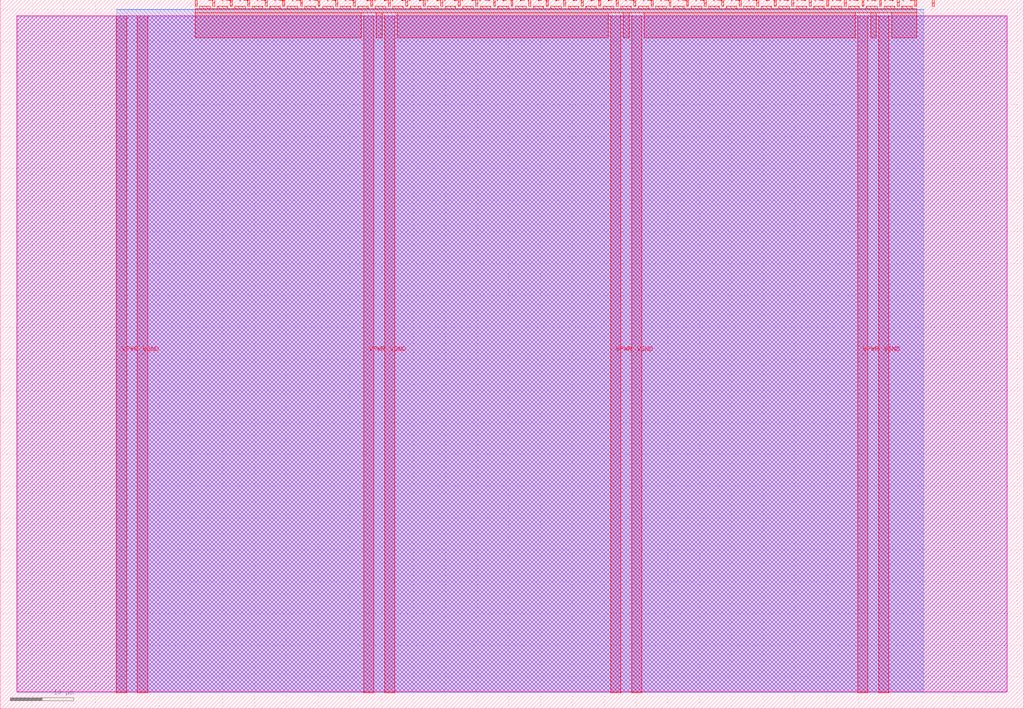
<source format=lef>
VERSION 5.7 ;
  NOWIREEXTENSIONATPIN ON ;
  DIVIDERCHAR "/" ;
  BUSBITCHARS "[]" ;
MACRO tt_um_DelosReyesJordan_HDL
  CLASS BLOCK ;
  FOREIGN tt_um_DelosReyesJordan_HDL ;
  ORIGIN 0.000 0.000 ;
  SIZE 161.000 BY 111.520 ;
  PIN VGND
    DIRECTION INOUT ;
    USE GROUND ;
    PORT
      LAYER met4 ;
        RECT 21.580 2.480 23.180 109.040 ;
    END
    PORT
      LAYER met4 ;
        RECT 60.450 2.480 62.050 109.040 ;
    END
    PORT
      LAYER met4 ;
        RECT 99.320 2.480 100.920 109.040 ;
    END
    PORT
      LAYER met4 ;
        RECT 138.190 2.480 139.790 109.040 ;
    END
  END VGND
  PIN VPWR
    DIRECTION INOUT ;
    USE POWER ;
    PORT
      LAYER met4 ;
        RECT 18.280 2.480 19.880 109.040 ;
    END
    PORT
      LAYER met4 ;
        RECT 57.150 2.480 58.750 109.040 ;
    END
    PORT
      LAYER met4 ;
        RECT 96.020 2.480 97.620 109.040 ;
    END
    PORT
      LAYER met4 ;
        RECT 134.890 2.480 136.490 109.040 ;
    END
  END VPWR
  PIN clk
    DIRECTION INPUT ;
    USE SIGNAL ;
    ANTENNAGATEAREA 0.852000 ;
    PORT
      LAYER met4 ;
        RECT 143.830 110.520 144.130 111.520 ;
    END
  END clk
  PIN ena
    DIRECTION INPUT ;
    USE SIGNAL ;
    PORT
      LAYER met4 ;
        RECT 146.590 110.520 146.890 111.520 ;
    END
  END ena
  PIN rst_n
    DIRECTION INPUT ;
    USE SIGNAL ;
    ANTENNAGATEAREA 0.159000 ;
    PORT
      LAYER met4 ;
        RECT 141.070 110.520 141.370 111.520 ;
    END
  END rst_n
  PIN ui_in[0]
    DIRECTION INPUT ;
    USE SIGNAL ;
    ANTENNAGATEAREA 0.196500 ;
    PORT
      LAYER met4 ;
        RECT 138.310 110.520 138.610 111.520 ;
    END
  END ui_in[0]
  PIN ui_in[1]
    DIRECTION INPUT ;
    USE SIGNAL ;
    ANTENNAGATEAREA 0.196500 ;
    PORT
      LAYER met4 ;
        RECT 135.550 110.520 135.850 111.520 ;
    END
  END ui_in[1]
  PIN ui_in[2]
    DIRECTION INPUT ;
    USE SIGNAL ;
    PORT
      LAYER met4 ;
        RECT 132.790 110.520 133.090 111.520 ;
    END
  END ui_in[2]
  PIN ui_in[3]
    DIRECTION INPUT ;
    USE SIGNAL ;
    PORT
      LAYER met4 ;
        RECT 130.030 110.520 130.330 111.520 ;
    END
  END ui_in[3]
  PIN ui_in[4]
    DIRECTION INPUT ;
    USE SIGNAL ;
    PORT
      LAYER met4 ;
        RECT 127.270 110.520 127.570 111.520 ;
    END
  END ui_in[4]
  PIN ui_in[5]
    DIRECTION INPUT ;
    USE SIGNAL ;
    PORT
      LAYER met4 ;
        RECT 124.510 110.520 124.810 111.520 ;
    END
  END ui_in[5]
  PIN ui_in[6]
    DIRECTION INPUT ;
    USE SIGNAL ;
    PORT
      LAYER met4 ;
        RECT 121.750 110.520 122.050 111.520 ;
    END
  END ui_in[6]
  PIN ui_in[7]
    DIRECTION INPUT ;
    USE SIGNAL ;
    PORT
      LAYER met4 ;
        RECT 118.990 110.520 119.290 111.520 ;
    END
  END ui_in[7]
  PIN uio_in[0]
    DIRECTION INPUT ;
    USE SIGNAL ;
    PORT
      LAYER met4 ;
        RECT 116.230 110.520 116.530 111.520 ;
    END
  END uio_in[0]
  PIN uio_in[1]
    DIRECTION INPUT ;
    USE SIGNAL ;
    PORT
      LAYER met4 ;
        RECT 113.470 110.520 113.770 111.520 ;
    END
  END uio_in[1]
  PIN uio_in[2]
    DIRECTION INPUT ;
    USE SIGNAL ;
    PORT
      LAYER met4 ;
        RECT 110.710 110.520 111.010 111.520 ;
    END
  END uio_in[2]
  PIN uio_in[3]
    DIRECTION INPUT ;
    USE SIGNAL ;
    PORT
      LAYER met4 ;
        RECT 107.950 110.520 108.250 111.520 ;
    END
  END uio_in[3]
  PIN uio_in[4]
    DIRECTION INPUT ;
    USE SIGNAL ;
    PORT
      LAYER met4 ;
        RECT 105.190 110.520 105.490 111.520 ;
    END
  END uio_in[4]
  PIN uio_in[5]
    DIRECTION INPUT ;
    USE SIGNAL ;
    PORT
      LAYER met4 ;
        RECT 102.430 110.520 102.730 111.520 ;
    END
  END uio_in[5]
  PIN uio_in[6]
    DIRECTION INPUT ;
    USE SIGNAL ;
    PORT
      LAYER met4 ;
        RECT 99.670 110.520 99.970 111.520 ;
    END
  END uio_in[6]
  PIN uio_in[7]
    DIRECTION INPUT ;
    USE SIGNAL ;
    PORT
      LAYER met4 ;
        RECT 96.910 110.520 97.210 111.520 ;
    END
  END uio_in[7]
  PIN uio_oe[0]
    DIRECTION OUTPUT ;
    USE SIGNAL ;
    PORT
      LAYER met4 ;
        RECT 49.990 110.520 50.290 111.520 ;
    END
  END uio_oe[0]
  PIN uio_oe[1]
    DIRECTION OUTPUT ;
    USE SIGNAL ;
    PORT
      LAYER met4 ;
        RECT 47.230 110.520 47.530 111.520 ;
    END
  END uio_oe[1]
  PIN uio_oe[2]
    DIRECTION OUTPUT ;
    USE SIGNAL ;
    PORT
      LAYER met4 ;
        RECT 44.470 110.520 44.770 111.520 ;
    END
  END uio_oe[2]
  PIN uio_oe[3]
    DIRECTION OUTPUT ;
    USE SIGNAL ;
    PORT
      LAYER met4 ;
        RECT 41.710 110.520 42.010 111.520 ;
    END
  END uio_oe[3]
  PIN uio_oe[4]
    DIRECTION OUTPUT ;
    USE SIGNAL ;
    PORT
      LAYER met4 ;
        RECT 38.950 110.520 39.250 111.520 ;
    END
  END uio_oe[4]
  PIN uio_oe[5]
    DIRECTION OUTPUT ;
    USE SIGNAL ;
    PORT
      LAYER met4 ;
        RECT 36.190 110.520 36.490 111.520 ;
    END
  END uio_oe[5]
  PIN uio_oe[6]
    DIRECTION OUTPUT ;
    USE SIGNAL ;
    PORT
      LAYER met4 ;
        RECT 33.430 110.520 33.730 111.520 ;
    END
  END uio_oe[6]
  PIN uio_oe[7]
    DIRECTION OUTPUT ;
    USE SIGNAL ;
    PORT
      LAYER met4 ;
        RECT 30.670 110.520 30.970 111.520 ;
    END
  END uio_oe[7]
  PIN uio_out[0]
    DIRECTION OUTPUT ;
    USE SIGNAL ;
    ANTENNAGATEAREA 0.126000 ;
    ANTENNADIFFAREA 0.891000 ;
    PORT
      LAYER met4 ;
        RECT 72.070 110.520 72.370 111.520 ;
    END
  END uio_out[0]
  PIN uio_out[1]
    DIRECTION OUTPUT ;
    USE SIGNAL ;
    ANTENNADIFFAREA 0.891000 ;
    PORT
      LAYER met4 ;
        RECT 69.310 110.520 69.610 111.520 ;
    END
  END uio_out[1]
  PIN uio_out[2]
    DIRECTION OUTPUT ;
    USE SIGNAL ;
    ANTENNADIFFAREA 1.431000 ;
    PORT
      LAYER met4 ;
        RECT 66.550 110.520 66.850 111.520 ;
    END
  END uio_out[2]
  PIN uio_out[3]
    DIRECTION OUTPUT ;
    USE SIGNAL ;
    ANTENNAGATEAREA 0.504000 ;
    ANTENNADIFFAREA 1.431000 ;
    PORT
      LAYER met4 ;
        RECT 63.790 110.520 64.090 111.520 ;
    END
  END uio_out[3]
  PIN uio_out[4]
    DIRECTION OUTPUT ;
    USE SIGNAL ;
    PORT
      LAYER met4 ;
        RECT 61.030 110.520 61.330 111.520 ;
    END
  END uio_out[4]
  PIN uio_out[5]
    DIRECTION OUTPUT ;
    USE SIGNAL ;
    PORT
      LAYER met4 ;
        RECT 58.270 110.520 58.570 111.520 ;
    END
  END uio_out[5]
  PIN uio_out[6]
    DIRECTION OUTPUT ;
    USE SIGNAL ;
    PORT
      LAYER met4 ;
        RECT 55.510 110.520 55.810 111.520 ;
    END
  END uio_out[6]
  PIN uio_out[7]
    DIRECTION OUTPUT ;
    USE SIGNAL ;
    PORT
      LAYER met4 ;
        RECT 52.750 110.520 53.050 111.520 ;
    END
  END uio_out[7]
  PIN uo_out[0]
    DIRECTION OUTPUT ;
    USE SIGNAL ;
    ANTENNADIFFAREA 0.445500 ;
    PORT
      LAYER met4 ;
        RECT 94.150 110.520 94.450 111.520 ;
    END
  END uo_out[0]
  PIN uo_out[1]
    DIRECTION OUTPUT ;
    USE SIGNAL ;
    ANTENNADIFFAREA 0.643500 ;
    PORT
      LAYER met4 ;
        RECT 91.390 110.520 91.690 111.520 ;
    END
  END uo_out[1]
  PIN uo_out[2]
    DIRECTION OUTPUT ;
    USE SIGNAL ;
    ANTENNADIFFAREA 0.445500 ;
    PORT
      LAYER met4 ;
        RECT 88.630 110.520 88.930 111.520 ;
    END
  END uo_out[2]
  PIN uo_out[3]
    DIRECTION OUTPUT ;
    USE SIGNAL ;
    ANTENNADIFFAREA 0.445500 ;
    PORT
      LAYER met4 ;
        RECT 85.870 110.520 86.170 111.520 ;
    END
  END uo_out[3]
  PIN uo_out[4]
    DIRECTION OUTPUT ;
    USE SIGNAL ;
    PORT
      LAYER met4 ;
        RECT 83.110 110.520 83.410 111.520 ;
    END
  END uo_out[4]
  PIN uo_out[5]
    DIRECTION OUTPUT ;
    USE SIGNAL ;
    ANTENNADIFFAREA 0.643500 ;
    PORT
      LAYER met4 ;
        RECT 80.350 110.520 80.650 111.520 ;
    END
  END uo_out[5]
  PIN uo_out[6]
    DIRECTION OUTPUT ;
    USE SIGNAL ;
    ANTENNADIFFAREA 0.643500 ;
    PORT
      LAYER met4 ;
        RECT 77.590 110.520 77.890 111.520 ;
    END
  END uo_out[6]
  PIN uo_out[7]
    DIRECTION OUTPUT ;
    USE SIGNAL ;
    ANTENNADIFFAREA 0.445500 ;
    PORT
      LAYER met4 ;
        RECT 74.830 110.520 75.130 111.520 ;
    END
  END uo_out[7]
  OBS
      LAYER nwell ;
        RECT 2.570 2.635 158.430 108.990 ;
      LAYER li1 ;
        RECT 2.760 2.635 158.240 108.885 ;
      LAYER met1 ;
        RECT 2.760 2.480 158.240 109.040 ;
      LAYER met2 ;
        RECT 18.310 2.535 145.270 110.005 ;
      LAYER met3 ;
        RECT 18.290 2.555 145.295 109.985 ;
      LAYER met4 ;
        RECT 31.370 110.120 33.030 110.520 ;
        RECT 34.130 110.120 35.790 110.520 ;
        RECT 36.890 110.120 38.550 110.520 ;
        RECT 39.650 110.120 41.310 110.520 ;
        RECT 42.410 110.120 44.070 110.520 ;
        RECT 45.170 110.120 46.830 110.520 ;
        RECT 47.930 110.120 49.590 110.520 ;
        RECT 50.690 110.120 52.350 110.520 ;
        RECT 53.450 110.120 55.110 110.520 ;
        RECT 56.210 110.120 57.870 110.520 ;
        RECT 58.970 110.120 60.630 110.520 ;
        RECT 61.730 110.120 63.390 110.520 ;
        RECT 64.490 110.120 66.150 110.520 ;
        RECT 67.250 110.120 68.910 110.520 ;
        RECT 70.010 110.120 71.670 110.520 ;
        RECT 72.770 110.120 74.430 110.520 ;
        RECT 75.530 110.120 77.190 110.520 ;
        RECT 78.290 110.120 79.950 110.520 ;
        RECT 81.050 110.120 82.710 110.520 ;
        RECT 83.810 110.120 85.470 110.520 ;
        RECT 86.570 110.120 88.230 110.520 ;
        RECT 89.330 110.120 90.990 110.520 ;
        RECT 92.090 110.120 93.750 110.520 ;
        RECT 94.850 110.120 96.510 110.520 ;
        RECT 97.610 110.120 99.270 110.520 ;
        RECT 100.370 110.120 102.030 110.520 ;
        RECT 103.130 110.120 104.790 110.520 ;
        RECT 105.890 110.120 107.550 110.520 ;
        RECT 108.650 110.120 110.310 110.520 ;
        RECT 111.410 110.120 113.070 110.520 ;
        RECT 114.170 110.120 115.830 110.520 ;
        RECT 116.930 110.120 118.590 110.520 ;
        RECT 119.690 110.120 121.350 110.520 ;
        RECT 122.450 110.120 124.110 110.520 ;
        RECT 125.210 110.120 126.870 110.520 ;
        RECT 127.970 110.120 129.630 110.520 ;
        RECT 130.730 110.120 132.390 110.520 ;
        RECT 133.490 110.120 135.150 110.520 ;
        RECT 136.250 110.120 137.910 110.520 ;
        RECT 139.010 110.120 140.670 110.520 ;
        RECT 141.770 110.120 143.430 110.520 ;
        RECT 30.655 109.440 144.145 110.120 ;
        RECT 30.655 105.575 56.750 109.440 ;
        RECT 59.150 105.575 60.050 109.440 ;
        RECT 62.450 105.575 95.620 109.440 ;
        RECT 98.020 105.575 98.920 109.440 ;
        RECT 101.320 105.575 134.490 109.440 ;
        RECT 136.890 105.575 137.790 109.440 ;
        RECT 140.190 105.575 144.145 109.440 ;
  END
END tt_um_DelosReyesJordan_HDL
END LIBRARY


</source>
